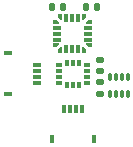
<source format=gtp>
G04 #@! TF.GenerationSoftware,KiCad,Pcbnew,7.0.7*
G04 #@! TF.CreationDate,2024-03-10T05:18:15-05:00*
G04 #@! TF.ProjectId,O12imu,4f313269-6d75-42e6-9b69-6361645f7063,1*
G04 #@! TF.SameCoordinates,Original*
G04 #@! TF.FileFunction,Paste,Top*
G04 #@! TF.FilePolarity,Positive*
%FSLAX46Y46*%
G04 Gerber Fmt 4.6, Leading zero omitted, Abs format (unit mm)*
G04 Created by KiCad (PCBNEW 7.0.7) date 2024-03-10 05:18:15*
%MOMM*%
%LPD*%
G01*
G04 APERTURE LIST*
G04 Aperture macros list*
%AMRoundRect*
0 Rectangle with rounded corners*
0 $1 Rounding radius*
0 $2 $3 $4 $5 $6 $7 $8 $9 X,Y pos of 4 corners*
0 Add a 4 corners polygon primitive as box body*
4,1,4,$2,$3,$4,$5,$6,$7,$8,$9,$2,$3,0*
0 Add four circle primitives for the rounded corners*
1,1,$1+$1,$2,$3*
1,1,$1+$1,$4,$5*
1,1,$1+$1,$6,$7*
1,1,$1+$1,$8,$9*
0 Add four rect primitives between the rounded corners*
20,1,$1+$1,$2,$3,$4,$5,0*
20,1,$1+$1,$4,$5,$6,$7,0*
20,1,$1+$1,$6,$7,$8,$9,0*
20,1,$1+$1,$8,$9,$2,$3,0*%
%AMFreePoly0*
4,1,6,0.150000,-0.325000,0.000000,-0.325000,-0.150000,-0.175000,-0.150000,0.175000,0.150000,0.175000,0.150000,-0.325000,0.150000,-0.325000,$1*%
%AMFreePoly1*
4,1,6,0.150000,-0.175000,0.000000,-0.325000,-0.150000,-0.325000,-0.150000,0.175000,0.150000,0.175000,0.150000,-0.175000,0.150000,-0.175000,$1*%
%AMFreePoly2*
4,1,7,0.175000,-0.150000,-0.175000,-0.150000,-0.325000,-0.150000,-0.325000,0.000000,-0.175000,0.150000,0.175000,0.150000,0.175000,-0.150000,0.175000,-0.150000,$1*%
%AMFreePoly3*
4,1,6,0.175000,-0.150000,-0.175000,-0.150000,-0.325000,0.000000,-0.325000,0.150000,0.175000,0.150000,0.175000,-0.150000,0.175000,-0.150000,$1*%
%AMFreePoly4*
4,1,6,0.150000,0.175000,0.150000,-0.175000,-0.150000,-0.175000,-0.150000,0.325000,0.000000,0.325000,0.150000,0.175000,0.150000,0.175000,$1*%
%AMFreePoly5*
4,1,6,0.150000,-0.175000,-0.150000,-0.175000,-0.150000,0.175000,0.000000,0.325000,0.150000,0.325000,0.150000,-0.175000,0.150000,-0.175000,$1*%
%AMFreePoly6*
4,1,6,0.325000,0.000000,0.175000,-0.150000,-0.175000,-0.150000,-0.175000,0.150000,0.325000,0.150000,0.325000,0.000000,0.325000,0.000000,$1*%
%AMFreePoly7*
4,1,6,0.325000,0.000000,0.325000,-0.150000,-0.175000,-0.150000,-0.175000,0.150000,0.175000,0.150000,0.325000,0.000000,0.325000,0.000000,$1*%
G04 Aperture macros list end*
%ADD10R,0.800000X0.300000*%
%ADD11R,0.800000X0.400000*%
%ADD12R,0.300000X0.800000*%
%ADD13R,0.400000X0.800000*%
%ADD14RoundRect,0.050000X-0.100000X0.285000X-0.100000X-0.285000X0.100000X-0.285000X0.100000X0.285000X0*%
%ADD15FreePoly0,270.000000*%
%ADD16R,0.700000X0.300000*%
%ADD17FreePoly1,270.000000*%
%ADD18FreePoly2,270.000000*%
%ADD19R,0.300000X0.700000*%
%ADD20FreePoly3,270.000000*%
%ADD21FreePoly4,270.000000*%
%ADD22FreePoly5,270.000000*%
%ADD23FreePoly6,270.000000*%
%ADD24FreePoly7,270.000000*%
%ADD25RoundRect,0.140000X0.170000X-0.140000X0.170000X0.140000X-0.170000X0.140000X-0.170000X-0.140000X0*%
%ADD26R,0.533400X0.304800*%
%ADD27R,0.304800X0.533400*%
%ADD28RoundRect,0.140000X-0.170000X0.140000X-0.170000X-0.140000X0.170000X-0.140000X0.170000X0.140000X0*%
%ADD29RoundRect,0.140000X0.140000X0.170000X-0.140000X0.170000X-0.140000X-0.170000X0.140000X-0.170000X0*%
%ADD30RoundRect,0.140000X-0.140000X-0.170000X0.140000X-0.170000X0.140000X0.170000X-0.140000X0.170000X0*%
G04 APERTURE END LIST*
D10*
X47000000Y-50750000D03*
X47000000Y-50250000D03*
X47000000Y-49750000D03*
X47000000Y-49250000D03*
D11*
X44500000Y-48250000D03*
X44500000Y-51750000D03*
D12*
X50750000Y-53000000D03*
X50250000Y-53000000D03*
X49750000Y-53000000D03*
X49250000Y-53000000D03*
D13*
X48250000Y-55500000D03*
X51750000Y-55500000D03*
D14*
X54650000Y-50250000D03*
X54150000Y-50250000D03*
X53650000Y-50250000D03*
X53150000Y-50250000D03*
X53150000Y-51730000D03*
X53650000Y-51730000D03*
X54150000Y-51730000D03*
X54650000Y-51730000D03*
D15*
X51425000Y-45600000D03*
D16*
X51250000Y-46100000D03*
X51250000Y-46600000D03*
X51250000Y-47100000D03*
D17*
X51425000Y-47600000D03*
D18*
X50950000Y-48075000D03*
D19*
X50450000Y-47900000D03*
X49950000Y-47900000D03*
X49450000Y-47900000D03*
D20*
X48950000Y-48075000D03*
D21*
X48475000Y-47600000D03*
D16*
X48650000Y-47100000D03*
X48650000Y-46600000D03*
X48650000Y-46100000D03*
D22*
X48475000Y-45600000D03*
D23*
X48950000Y-45125000D03*
D19*
X49450000Y-45300000D03*
X49950000Y-45300000D03*
X50450000Y-45300000D03*
D24*
X50950000Y-45125000D03*
D25*
X52300000Y-49780000D03*
X52300000Y-48820000D03*
D26*
X48818900Y-49249999D03*
X48818900Y-49750000D03*
X48818900Y-50250000D03*
X48818900Y-50750001D03*
D27*
X49500001Y-50927100D03*
X50000000Y-50927100D03*
X50499999Y-50927100D03*
D26*
X51181100Y-50750001D03*
X51181100Y-50250000D03*
X51181100Y-49750000D03*
X51181100Y-49249999D03*
D27*
X50499999Y-49072900D03*
X50000000Y-49072900D03*
X49500001Y-49072900D03*
D28*
X52300000Y-50720000D03*
X52300000Y-51680000D03*
D29*
X48220000Y-44350000D03*
X49180000Y-44350000D03*
D30*
X51120000Y-44350000D03*
X52080000Y-44350000D03*
M02*

</source>
